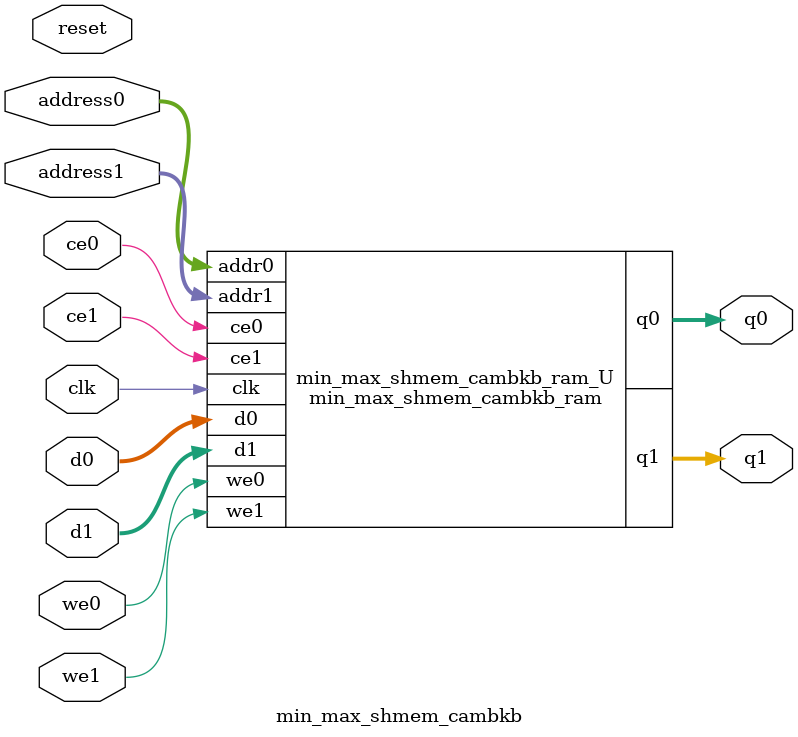
<source format=v>
`timescale 1 ns / 1 ps
module min_max_shmem_cambkb_ram (addr0, ce0, d0, we0, q0, addr1, ce1, d1, we1, q1,  clk);

parameter DWIDTH = 8;
parameter AWIDTH = 17;
parameter MEM_SIZE = 76800;

input[AWIDTH-1:0] addr0;
input ce0;
input[DWIDTH-1:0] d0;
input we0;
output reg[DWIDTH-1:0] q0;
input[AWIDTH-1:0] addr1;
input ce1;
input[DWIDTH-1:0] d1;
input we1;
output reg[DWIDTH-1:0] q1;
input clk;

(* ram_style = "block" *)reg [DWIDTH-1:0] ram[0:MEM_SIZE-1];




always @(posedge clk)  
begin 
    if (ce0) begin
        if (we0) 
            ram[addr0] <= d0; 
        q0 <= ram[addr0];
    end
end


always @(posedge clk)  
begin 
    if (ce1) begin
        if (we1) 
            ram[addr1] <= d1; 
        q1 <= ram[addr1];
    end
end


endmodule

`timescale 1 ns / 1 ps
module min_max_shmem_cambkb(
    reset,
    clk,
    address0,
    ce0,
    we0,
    d0,
    q0,
    address1,
    ce1,
    we1,
    d1,
    q1);

parameter DataWidth = 32'd8;
parameter AddressRange = 32'd76800;
parameter AddressWidth = 32'd17;
input reset;
input clk;
input[AddressWidth - 1:0] address0;
input ce0;
input we0;
input[DataWidth - 1:0] d0;
output[DataWidth - 1:0] q0;
input[AddressWidth - 1:0] address1;
input ce1;
input we1;
input[DataWidth - 1:0] d1;
output[DataWidth - 1:0] q1;



min_max_shmem_cambkb_ram min_max_shmem_cambkb_ram_U(
    .clk( clk ),
    .addr0( address0 ),
    .ce0( ce0 ),
    .we0( we0 ),
    .d0( d0 ),
    .q0( q0 ),
    .addr1( address1 ),
    .ce1( ce1 ),
    .we1( we1 ),
    .d1( d1 ),
    .q1( q1 ));

endmodule


</source>
